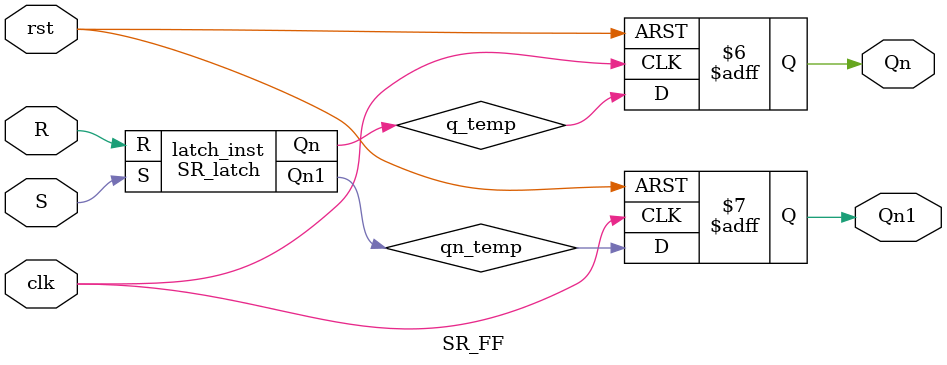
<source format=sv>


module SR_latch (
  input S, R,
  output Qn, Qn1
);
  assign Qn1 = ~(R | Qn);
  assign Qn  = ~(S | Qn1);
endmodule

module SR_FF (
  input clk, rst,
  input S, R,
  output reg Qn, Qn1
);

  wire q_temp, qn_temp;

  SR_latch latch_inst (
    .S(S),
    .R(R),
    .Qn(q_temp),
    .Qn1(qn_temp)
  );
	
  // using the clock at asynchornous reset
  always @(posedge clk or posedge rst) begin
    if (rst) begin
      Qn  <= 0;
      Qn1 <= 1;
    end else begin
      Qn  <= q_temp;
      Qn1 <= qn_temp;
    end
  end

endmodule

</source>
